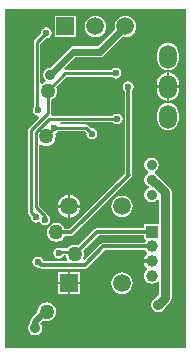
<source format=gbl>
%FSDAX24Y24*%
%MOIN*%
%SFA1B1*%

%IPPOS*%
%ADD53C,0.010000*%
%ADD55C,0.023600*%
%ADD56C,0.020000*%
%ADD57C,0.030000*%
%ADD59C,0.012000*%
%ADD62C,0.039400*%
%ADD63R,0.039400X0.039400*%
%ADD64R,0.059100X0.059100*%
%ADD65C,0.059100*%
%ADD66O,0.059100X0.078700*%
%ADD67R,0.059100X0.059100*%
%ADD68C,0.035400*%
%ADD69C,0.023600*%
%ADD70C,0.050000*%
%ADD71C,0.012000*%
%LNptw_ecu_cp_v1.0-1*%
%LPD*%
G36*
X017679Y011120D02*
X011620D01*
Y022415*
X017679*
Y011120*
G37*
%LNptw_ecu_cp_v1.0-2*%
%LPC*%
G36*
X014004Y022181D02*
X013295D01*
Y021472*
X014004*
Y022181*
G37*
G36*
X014650Y022184D02*
X014557Y022172D01*
X014471Y022136*
X014397Y022079*
X014340Y022005*
X014304Y021919*
X014292Y021827*
X014304Y021734*
X014340Y021648*
X014397Y021574*
X014471Y021517*
X014557Y021482*
X014650Y021469*
X014742Y021482*
X014828Y021517*
X014902Y021574*
X014959Y021648*
X014995Y021734*
X015007Y021827*
X014995Y021919*
X014959Y022005*
X014902Y022079*
X014828Y022136*
X014742Y022172*
X014650Y022184*
G37*
G36*
X015650D02*
X015557Y022172D01*
X015471Y022136*
X015397Y022079*
X015340Y022005*
X015304Y021919*
X015292Y021827*
X015304Y021737*
X014734Y021166*
X013917*
X013848Y021153*
X013789Y021114*
X013125Y020450*
X013052Y020435*
X012973Y020383*
X012921Y020305*
X012903Y020213*
X012921Y020120*
X012973Y020042*
X012985Y020034*
X012976Y019982*
X012972Y019971*
X012899Y019941*
X012867Y019917*
X012807Y019946*
Y021244*
X012996Y021433*
X013016Y021430*
X013085Y021443*
X013143Y021483*
X013183Y021541*
X013196Y021610*
X013183Y021679*
X013143Y021738*
X013085Y021777*
X013016Y021791*
X012947Y021777*
X012888Y021738*
X012849Y021679*
X012835Y021610*
X012839Y021591*
X012617Y021369*
X012593Y021333*
X012585Y021291*
Y019165*
X012593Y019122*
X012599Y019114*
X012583Y019091*
X012569Y019022*
X012583Y018953*
X012622Y018894*
X012681Y018855*
X012730Y018845*
X012753Y018792*
X012754Y018784*
X012419Y018449*
X012395Y018413*
X012386Y018370*
Y015633*
X012395Y015590*
X012419Y015554*
X012495Y015478*
X012491Y015459*
X012504Y015390*
X012544Y015331*
X012602Y015292*
X012671Y015278*
X012740Y015292*
X012796Y015303*
X012800Y015301*
X012839Y015243*
X012897Y015203*
X012967Y015190*
X013036Y015203*
X013094Y015243*
X013133Y015301*
X013147Y015370*
X013133Y015439*
X013094Y015498*
X013073Y015512*
X013069Y015531*
X013045Y015567*
X012768Y015844*
Y017881*
X012828Y017910*
X012860Y017886*
X012935Y017854*
X013016Y017844*
X013096Y017854*
X013172Y017886*
X013236Y017935*
X013286Y018000*
X013317Y018075*
X013327Y018156*
X013317Y018236*
X013341Y018282*
X013351Y018284*
X013409Y018323*
X013420Y018340*
X014289*
X014355Y018273*
X014351Y018254*
X014365Y018185*
X014404Y018126*
X014462Y018087*
X014532Y018073*
X014601Y018087*
X014659Y018126*
X014698Y018185*
X014712Y018254*
X014698Y018323*
X014659Y018382*
X014601Y018421*
X014532Y018435*
X014512Y018431*
X014413Y018529*
X014377Y018554*
X014335Y018562*
X013481*
X013478Y018565*
X013504Y018625*
X015239*
X015250Y018608*
X015309Y018569*
X015378Y018556*
X015447Y018569*
X015506Y018608*
X015545Y018667*
X015559Y018736*
X015545Y018805*
X015506Y018864*
X015447Y018903*
X015378Y018917*
X015309Y018903*
X015250Y018864*
X015239Y018847*
X013205*
X013194Y018856*
X013162Y018907*
X013166Y018928*
Y019383*
X013211Y019401*
X013276Y019451*
X013325Y019515*
X013356Y019591*
X013367Y019671*
X013356Y019752*
X013335Y019804*
X013682Y020151*
X015190*
X015201Y020134*
X015260Y020095*
X015329Y020081*
X015398Y020095*
X015456Y020134*
X015496Y020193*
X015509Y020262*
X015496Y020331*
X015456Y020390*
X015398Y020429*
X015329Y020442*
X015260Y020429*
X015201Y020390*
X015190Y020373*
X013644*
X013629Y020393*
X013617Y020430*
X013992Y020805*
X014809*
X014878Y020819*
X014936Y020858*
X015560Y021481*
X015650Y021469*
X015742Y021482*
X015828Y021517*
X015902Y021574*
X015959Y021648*
X015995Y021734*
X016007Y021827*
X015995Y021919*
X015959Y022005*
X015902Y022079*
X015828Y022136*
X015742Y022172*
X015650Y022184*
G37*
G36*
X017071Y021275D02*
X016978Y021263D01*
X016892Y021227*
X016818Y021170*
X016761Y021096*
X016726Y021010*
X016713Y020917*
Y020720*
X016726Y020628*
X016761Y020542*
X016818Y020468*
X016892Y020411*
X016978Y020375*
X017071Y020363*
X017163Y020375*
X017250Y020411*
X017324Y020468*
X017380Y020542*
X017416Y020628*
X017428Y020720*
Y020917*
X017416Y021010*
X017380Y021096*
X017324Y021170*
X017250Y021227*
X017163Y021263*
X017071Y021275*
G37*
G36*
X017111Y020291D02*
Y019859D01*
X017449*
Y019917*
X017436Y020015*
X017399Y020107*
X017339Y020185*
X017260Y020245*
X017169Y020283*
X017111Y020291*
G37*
G36*
X017031D02*
X016973Y020283D01*
X016882Y020245*
X016803Y020185*
X016743Y020107*
X016705Y020015*
X016692Y019917*
Y019859*
X017031*
Y020291*
G37*
G36*
X017449Y019779D02*
X017111D01*
Y019347*
X017169Y019355*
X017260Y019393*
X017339Y019453*
X017399Y019531*
X017436Y019623*
X017449Y019720*
Y019779*
G37*
G36*
X017031D02*
X016692D01*
Y019720*
X016705Y019623*
X016743Y019531*
X016803Y019453*
X016882Y019393*
X016973Y019355*
X017031Y019347*
Y019779*
G37*
G36*
X017071Y019275D02*
X016978Y019263D01*
X016892Y019227*
X016818Y019170*
X016761Y019096*
X016726Y019010*
X016713Y018917*
Y018720*
X016726Y018628*
X016761Y018542*
X016818Y018468*
X016892Y018411*
X016978Y018375*
X017071Y018363*
X017163Y018375*
X017250Y018411*
X017324Y018468*
X017380Y018542*
X017416Y018628*
X017428Y018720*
Y018917*
X017416Y019010*
X017380Y019096*
X017324Y019170*
X017250Y019227*
X017163Y019263*
X017071Y019275*
G37*
G36*
X013804Y016196D02*
Y015863D01*
X014137*
X014129Y015921*
X014092Y016012*
X014031Y016090*
X013953Y016151*
X013862Y016188*
X013804Y016196*
G37*
G36*
X013724D02*
X013666Y016188D01*
X013575Y016151*
X013496Y016090*
X013436Y016012*
X013398Y015921*
X013391Y015863*
X013724*
Y016196*
G37*
G36*
X015535Y016180D02*
X015443Y016168D01*
X015357Y016132*
X015283Y016076*
X015226Y016002*
X015190Y015915*
X015178Y015823*
X015190Y015730*
X015226Y015644*
X015283Y015570*
X015357Y015513*
X015443Y015478*
X015535Y015465*
X015628Y015478*
X015714Y015513*
X015788Y015570*
X015845Y015644*
X015881Y015730*
X015893Y015823*
X015881Y015915*
X015845Y016002*
X015788Y016076*
X015714Y016132*
X015628Y016168*
X015535Y016180*
G37*
G36*
X014137Y015783D02*
X013804D01*
Y015450*
X013862Y015457*
X013953Y015495*
X014031Y015555*
X014092Y015634*
X014129Y015725*
X014137Y015783*
G37*
G36*
X013724D02*
X013391D01*
X013398Y015725*
X013436Y015634*
X013496Y015555*
X013575Y015495*
X013666Y015457*
X013724Y015450*
Y015783*
G37*
G36*
X016520Y017442D02*
X016428Y017423D01*
X016349Y017371*
X016297Y017293*
X016279Y017201*
X016297Y017109*
X016349Y017030*
X016413Y016988*
X016417Y016973*
Y016936*
X016413Y016921*
X016349Y016879*
X016297Y016801*
X016279Y016709*
X016297Y016616*
X016349Y016538*
X016423Y016489*
X016426Y016458*
X016423Y016426*
X016349Y016377*
X016297Y016299*
X016279Y016207*
X016297Y016115*
X016349Y016036*
X016428Y015984*
X016520Y015966*
X016612Y015984*
X016690Y016036*
X016699Y016050*
X016759Y016032*
Y015242*
X016264*
Y015108*
X014709*
X014662Y015098*
X014623Y015072*
X014076Y014525*
X014041Y014539*
X013961Y014550*
X013880Y014539*
X013805Y014508*
X013740Y014459*
X013715Y014426*
X013501*
X013488Y014435*
X013419Y014448*
X013350Y014435*
X013292Y014395*
X013252Y014337*
X013239Y014268*
X013252Y014199*
X013292Y014140*
X013350Y014101*
X013419Y014087*
X013488Y014101*
X013547Y014140*
X013586Y014199*
X013587Y014204*
X013653*
X013660Y014158*
X013691Y014082*
X013715Y014051*
X013685Y013991*
X012911*
X012904Y013997*
X012897Y014032*
X012858Y014090*
X012799Y014129*
X012730Y014143*
X012661Y014129*
X012603Y014090*
X012563Y014032*
X012550Y013963*
X012563Y013893*
X012603Y013835*
X012661Y013796*
X012730Y013782*
X012769Y013790*
X012775Y013783*
X012814Y013757*
X012861Y013748*
X014290*
X014337Y013757*
X014376Y013783*
X014966Y014373*
X016293*
X016296Y014365*
X016337Y014312*
X016355Y014298*
X016358Y014292*
X016354Y014223*
X016322Y014199*
X016278Y014142*
X016253Y014082*
X016520*
Y013922*
X016253*
X016278Y013862*
X016322Y013805*
X016354Y013781*
X016358Y013712*
X016355Y013706*
X016337Y013692*
X016296Y013639*
X016270Y013577*
X016262Y013510*
X016270Y013443*
X016296Y013381*
X016337Y013327*
X016391Y013286*
X016453Y013261*
X016520Y013252*
X016586Y013261*
X016649Y013286*
X016699Y013325*
X016713Y013323*
X016759Y013303*
Y012865*
X016649Y012755*
X016576Y012706*
X016524Y012628*
X016505Y012535*
X016524Y012443*
X016576Y012365*
X016654Y012313*
X016746Y012295*
X016838Y012313*
X016916Y012365*
X016969Y012443*
X016976Y012478*
X017123Y012626*
X017169Y012695*
X017186Y012777*
Y016300*
X017169Y016382*
X017123Y016451*
X016830Y016744*
X016761Y016790*
X016753Y016791*
X016739Y016805*
X016690Y016879*
X016626Y016921*
X016623Y016936*
Y016973*
X016626Y016988*
X016690Y017030*
X016742Y017109*
X016761Y017201*
X016742Y017293*
X016690Y017371*
X016612Y017423*
X016520Y017442*
G37*
G36*
X015745Y019992D02*
X015676Y019979D01*
X015618Y019940*
X015578Y019881*
X015565Y019812*
X015578Y019743*
X015618Y019684*
X015624Y019680*
Y016920*
X013782Y015078*
X013625*
X013611Y015113*
X013561Y015177*
X013496Y015227*
X013421Y015258*
X013341Y015268*
X013260Y015258*
X013185Y015227*
X013120Y015177*
X013071Y015113*
X013039Y015037*
X013029Y014957*
X013039Y014876*
X013071Y014801*
X013120Y014736*
X013185Y014687*
X013260Y014656*
X013341Y014645*
X013421Y014656*
X013496Y014687*
X013561Y014736*
X013611Y014801*
X013625Y014835*
X013833*
X013879Y014845*
X013919Y014871*
X015838Y016790*
X015864Y016830*
X015873Y016876*
X015867Y016910*
Y019680*
X015873Y019684*
X015912Y019743*
X015926Y019812*
X015912Y019881*
X015873Y019940*
X015814Y019979*
X015745Y019992*
G37*
G36*
X014139Y013639D02*
X013804D01*
Y013304*
X014139*
Y013639*
G37*
G36*
X013724D02*
X013389D01*
Y013304*
X013724*
Y013639*
G37*
G36*
X015535Y013621D02*
X015443Y013609D01*
X015357Y013573*
X015283Y013516*
X015226Y013442*
X015190Y013356*
X015178Y013264*
X015190Y013171*
X015226Y013085*
X015283Y013011*
X015357Y012954*
X015443Y012919*
X015535Y012906*
X015628Y012919*
X015714Y012954*
X015788Y013011*
X015845Y013085*
X015881Y013171*
X015893Y013264*
X015881Y013356*
X015845Y013442*
X015788Y013516*
X015714Y013573*
X015628Y013609*
X015535Y013621*
G37*
G36*
X014139Y013224D02*
X013804D01*
Y012889*
X014139*
Y013224*
G37*
G36*
X013724D02*
X013389D01*
Y012889*
X013724*
Y013224*
G37*
G36*
X013026Y012631D02*
X012945Y012620D01*
X012870Y012589*
X012805Y012539*
X012756Y012475*
X012724Y012400*
X012714Y012319*
X012718Y012289*
X012527Y012098*
X012492Y012045*
X012480Y011983*
Y011943*
X012471Y011938*
X012419Y011860*
X012401Y011768*
X012419Y011676*
X012471Y011597*
X012550Y011545*
X012642Y011527*
X012734Y011545*
X012812Y011597*
X012864Y011676*
X012883Y011768*
X012864Y011860*
X012818Y011930*
X012917Y012029*
X012945Y012018*
X013026Y012007*
X013106Y012018*
X013181Y012049*
X013246Y012098*
X013296Y012163*
X013327Y012238*
X013337Y012319*
X013327Y012400*
X013296Y012475*
X013246Y012539*
X013181Y012589*
X013106Y012620*
X013026Y012631*
G37*
%LNptw_ecu_cp_v1.0-3*%
%LPD*%
G36*
X016264Y014730D02*
X016309D01*
X016327Y014696*
X016332Y014670*
X016296Y014623*
X016293Y014615*
X014915*
X014869Y014606*
X014830Y014580*
X014282Y014032*
X014269Y014034*
X014257Y014050*
X014238Y014100*
X014262Y014158*
X014272Y014238*
X014262Y014319*
X014247Y014353*
X014759Y014865*
X016264*
Y014730*
G37*
G54D53*
X013466Y014315D02*
X013884D01*
X013419Y014268D02*
X013466Y014315D01*
X013884D02*
X013961Y014238D01*
X012730Y013963D02*
X012767D01*
X012696Y019165D02*
Y021291D01*
Y019165D02*
X012724Y019137D01*
Y019048D02*
Y019137D01*
Y019048D02*
X012750Y019022D01*
X012657Y015798D02*
X012967Y015488D01*
Y015370D02*
Y015488D01*
X012498Y015633D02*
X012671Y015459D01*
X012498Y015633D02*
Y018370D01*
X012657Y015798D02*
Y018304D01*
X013089Y018736D02*
X015378D01*
X012498Y018370D02*
X013055Y018928D01*
X012696Y021291D02*
X013016Y021610D01*
X013055Y018928D02*
Y019681D01*
X012657Y018304D02*
X013089Y018736D01*
X013636Y020262D02*
X015329D01*
X013055Y019681D02*
X013636Y020262D01*
X014335Y018451D02*
X014532Y018254D01*
X013282Y018451D02*
X014335D01*
X013016Y018156D02*
Y018185D01*
X013282Y018451*
G54D55*
X013917Y020986D02*
X014809D01*
X013144Y020213D02*
X013917Y020986D01*
X014809D02*
X015650Y021827D01*
G54D56*
X012642Y011768D02*
Y011983D01*
X012721Y012063*
X012977Y012319*
X013026*
G54D57*
X016680Y016593D02*
X016972Y016300D01*
Y012777D02*
Y016300D01*
X016746Y012550D02*
X016972Y012777D01*
X016746Y012535D02*
Y012550D01*
X016650Y016593D02*
X016680D01*
X016534Y016709D02*
X016650Y016593D01*
X016520Y016709D02*
X016534D01*
G54D59*
X014290Y013869D02*
X014915Y014494D01*
X012851Y013879D02*
X012861Y013869D01*
X014290*
X015745Y016883D02*
Y019812D01*
Y016883D02*
X015752Y016876D01*
X013833Y014957D02*
X015752Y016876D01*
X013341Y014957D02*
X013833D01*
X014915Y014494D02*
X016520D01*
X014709Y014986D02*
X016520D01*
X013961Y014238D02*
X014709Y014986D01*
G54D62*
X016520Y014494D03*
Y014002D03*
Y013510D03*
G54D63*
X016520Y014986D03*
G54D64*
X013650Y021827D03*
G54D65*
X014650Y021827D03*
X015650D03*
X013764Y015823D03*
X015535D03*
Y013264D03*
G54D66*
X017071Y019819D03*
Y020819D03*
Y018819D03*
G54D67*
X013764Y013264D03*
G54D68*
X016520Y016207D03*
Y017201D03*
Y016709D03*
X012642Y011768D03*
X013144Y020213D03*
X016746Y012535D03*
G54D69*
X014173Y011339D03*
X017362Y014173D03*
X014350Y013110D03*
X015413Y020906D03*
X015945Y011339D03*
X015236Y020551D03*
X017539Y013110D03*
X014528Y011339D03*
X014173Y014882D03*
X017539Y011693D03*
X012047Y012047D03*
X012224Y011693D03*
X017362Y017008D03*
X011870Y012402D03*
X014882Y012756D03*
X016299Y011339D03*
X011870Y013819D03*
X012047Y016299D03*
X014528Y013465D03*
X017362Y012047D03*
X015591Y011339D03*
X016299Y021969D03*
X012047Y018425D03*
X015236Y014173D03*
X011870Y019488D03*
X012402Y021260D03*
X011870Y018780D03*
X016122Y021614D03*
X012047Y017008D03*
X017539Y015945D03*
X014350Y011693D03*
X011870Y017362D03*
Y016654D03*
X014705Y013819D03*
X011870Y011693D03*
X017185Y021614D03*
X012047Y019843D03*
X015059Y017900D03*
X016654Y021969D03*
X017185Y011693D03*
Y016654D03*
X014882Y015591D03*
X012047Y017717D03*
X017185Y018071D03*
X012047Y012756D03*
Y019134D03*
X011870Y014528D03*
X017539Y012402D03*
X017008Y021969D03*
X012047Y021260D03*
X017362Y021969D03*
X016299Y015591D03*
X011870Y015945D03*
X014882Y012047D03*
X013110Y014173D03*
X011870Y013110D03*
X012756Y011339D03*
X015059Y013819D03*
X014350Y012402D03*
X012907Y016620D03*
X017185Y012402D03*
X016476Y021614D03*
Y013110D03*
X016122Y016654D03*
Y013110D03*
X016831Y021614D03*
X014882Y011339D03*
X017539Y018071D03*
X016122Y015236D03*
X014350Y015945D03*
X015059Y013110D03*
X017362Y014882D03*
X012047D03*
X017539Y021614D03*
X017362Y013465D03*
X012047D03*
X014882D03*
X015591Y020551D03*
X017008Y012047D03*
X017539Y015236D03*
X015236Y011339D03*
X012402D03*
X012047D03*
X011870Y018071D03*
X016654Y021260D03*
X014705Y011693D03*
X017362Y012756D03*
X016654Y018425D03*
X012756Y013465D03*
X017539Y014528D03*
X015059Y011693D03*
X013465Y011339D03*
X017539Y020197D03*
X014705Y013110D03*
X017539Y016654D03*
X016122Y013819D03*
X014528Y017545D03*
X017539Y017362D03*
X016476Y020906D03*
X013819Y011339D03*
X014173Y021969D03*
X013110Y013465D03*
X017362Y017717D03*
X012907Y017329D03*
X017539Y013819D03*
X012047Y014173D03*
Y015591D03*
X017362Y016299D03*
X014528Y012047D03*
X017539Y019488D03*
X016299Y021260D03*
X017362Y011339D03*
X015945Y014173D03*
X017362Y015591D03*
X011870Y021614D03*
X016831Y018071D03*
X016122Y015945D03*
X017008Y011339D03*
X011870Y015236D03*
X013419Y014268D03*
X015745Y019812D03*
X012967Y015370D03*
X012671Y015459D03*
X012907Y015911D03*
X013232Y021305D03*
X013744Y021246D03*
X014295Y021423D03*
X016047Y018943D03*
X015413Y017900D03*
X015132Y016886D03*
X016018Y014740D03*
X014758Y014681D03*
X014404Y014327D03*
X015201Y014740D03*
X012730Y013963D03*
X012750Y019022D03*
X014532Y018254D03*
X013282Y018451D03*
X015378Y018736D03*
X013016Y021610D03*
X015329Y020262D03*
X014364Y019258D03*
Y019691D03*
X014797Y019258D03*
Y019691D03*
G54D70*
X013055Y019671D03*
X013961Y014238D03*
X013341Y014957D03*
X016726Y011669D03*
X013026Y012319D03*
X013016Y018156D03*
G54D71*
X012767Y013963D02*
X012851Y013879D01*
M02*
</source>
